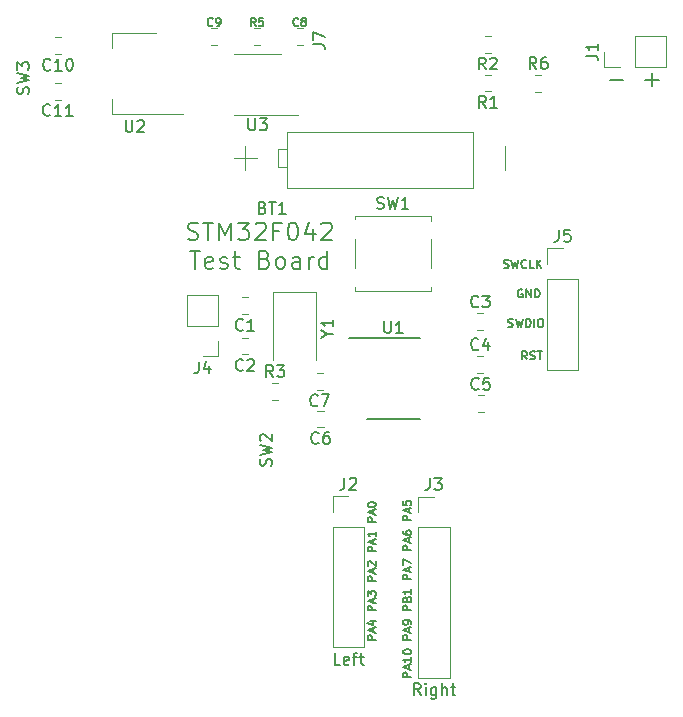
<source format=gbr>
G04 #@! TF.GenerationSoftware,KiCad,Pcbnew,5.1.2*
G04 #@! TF.CreationDate,2019-06-25T21:59:29-05:00*
G04 #@! TF.ProjectId,STM32F030Minimal,53544d33-3246-4303-9330-4d696e696d61,rev?*
G04 #@! TF.SameCoordinates,Original*
G04 #@! TF.FileFunction,Legend,Top*
G04 #@! TF.FilePolarity,Positive*
%FSLAX46Y46*%
G04 Gerber Fmt 4.6, Leading zero omitted, Abs format (unit mm)*
G04 Created by KiCad (PCBNEW 5.1.2) date 2019-06-25 21:59:29*
%MOMM*%
%LPD*%
G04 APERTURE LIST*
%ADD10C,0.150000*%
%ADD11C,0.120000*%
G04 APERTURE END LIST*
D10*
X142428571Y-54657142D02*
X142642857Y-54728571D01*
X143000000Y-54728571D01*
X143142857Y-54657142D01*
X143214285Y-54585714D01*
X143285714Y-54442857D01*
X143285714Y-54300000D01*
X143214285Y-54157142D01*
X143142857Y-54085714D01*
X143000000Y-54014285D01*
X142714285Y-53942857D01*
X142571428Y-53871428D01*
X142500000Y-53800000D01*
X142428571Y-53657142D01*
X142428571Y-53514285D01*
X142500000Y-53371428D01*
X142571428Y-53300000D01*
X142714285Y-53228571D01*
X143071428Y-53228571D01*
X143285714Y-53300000D01*
X143714285Y-53228571D02*
X144571428Y-53228571D01*
X144142857Y-54728571D02*
X144142857Y-53228571D01*
X145071428Y-54728571D02*
X145071428Y-53228571D01*
X145571428Y-54300000D01*
X146071428Y-53228571D01*
X146071428Y-54728571D01*
X146642857Y-53228571D02*
X147571428Y-53228571D01*
X147071428Y-53800000D01*
X147285714Y-53800000D01*
X147428571Y-53871428D01*
X147500000Y-53942857D01*
X147571428Y-54085714D01*
X147571428Y-54442857D01*
X147500000Y-54585714D01*
X147428571Y-54657142D01*
X147285714Y-54728571D01*
X146857142Y-54728571D01*
X146714285Y-54657142D01*
X146642857Y-54585714D01*
X148142857Y-53371428D02*
X148214285Y-53300000D01*
X148357142Y-53228571D01*
X148714285Y-53228571D01*
X148857142Y-53300000D01*
X148928571Y-53371428D01*
X149000000Y-53514285D01*
X149000000Y-53657142D01*
X148928571Y-53871428D01*
X148071428Y-54728571D01*
X149000000Y-54728571D01*
X150142857Y-53942857D02*
X149642857Y-53942857D01*
X149642857Y-54728571D02*
X149642857Y-53228571D01*
X150357142Y-53228571D01*
X151214285Y-53228571D02*
X151357142Y-53228571D01*
X151500000Y-53300000D01*
X151571428Y-53371428D01*
X151642857Y-53514285D01*
X151714285Y-53800000D01*
X151714285Y-54157142D01*
X151642857Y-54442857D01*
X151571428Y-54585714D01*
X151500000Y-54657142D01*
X151357142Y-54728571D01*
X151214285Y-54728571D01*
X151071428Y-54657142D01*
X151000000Y-54585714D01*
X150928571Y-54442857D01*
X150857142Y-54157142D01*
X150857142Y-53800000D01*
X150928571Y-53514285D01*
X151000000Y-53371428D01*
X151071428Y-53300000D01*
X151214285Y-53228571D01*
X153000000Y-53728571D02*
X153000000Y-54728571D01*
X152642857Y-53157142D02*
X152285714Y-54228571D01*
X153214285Y-54228571D01*
X153714285Y-53371428D02*
X153785714Y-53300000D01*
X153928571Y-53228571D01*
X154285714Y-53228571D01*
X154428571Y-53300000D01*
X154500000Y-53371428D01*
X154571428Y-53514285D01*
X154571428Y-53657142D01*
X154500000Y-53871428D01*
X153642857Y-54728571D01*
X154571428Y-54728571D01*
X142571428Y-55628571D02*
X143428571Y-55628571D01*
X143000000Y-57128571D02*
X143000000Y-55628571D01*
X144500000Y-57057142D02*
X144357142Y-57128571D01*
X144071428Y-57128571D01*
X143928571Y-57057142D01*
X143857142Y-56914285D01*
X143857142Y-56342857D01*
X143928571Y-56200000D01*
X144071428Y-56128571D01*
X144357142Y-56128571D01*
X144500000Y-56200000D01*
X144571428Y-56342857D01*
X144571428Y-56485714D01*
X143857142Y-56628571D01*
X145142857Y-57057142D02*
X145285714Y-57128571D01*
X145571428Y-57128571D01*
X145714285Y-57057142D01*
X145785714Y-56914285D01*
X145785714Y-56842857D01*
X145714285Y-56700000D01*
X145571428Y-56628571D01*
X145357142Y-56628571D01*
X145214285Y-56557142D01*
X145142857Y-56414285D01*
X145142857Y-56342857D01*
X145214285Y-56200000D01*
X145357142Y-56128571D01*
X145571428Y-56128571D01*
X145714285Y-56200000D01*
X146214285Y-56128571D02*
X146785714Y-56128571D01*
X146428571Y-55628571D02*
X146428571Y-56914285D01*
X146500000Y-57057142D01*
X146642857Y-57128571D01*
X146785714Y-57128571D01*
X148928571Y-56342857D02*
X149142857Y-56414285D01*
X149214285Y-56485714D01*
X149285714Y-56628571D01*
X149285714Y-56842857D01*
X149214285Y-56985714D01*
X149142857Y-57057142D01*
X149000000Y-57128571D01*
X148428571Y-57128571D01*
X148428571Y-55628571D01*
X148928571Y-55628571D01*
X149071428Y-55700000D01*
X149142857Y-55771428D01*
X149214285Y-55914285D01*
X149214285Y-56057142D01*
X149142857Y-56200000D01*
X149071428Y-56271428D01*
X148928571Y-56342857D01*
X148428571Y-56342857D01*
X150142857Y-57128571D02*
X150000000Y-57057142D01*
X149928571Y-56985714D01*
X149857142Y-56842857D01*
X149857142Y-56414285D01*
X149928571Y-56271428D01*
X150000000Y-56200000D01*
X150142857Y-56128571D01*
X150357142Y-56128571D01*
X150500000Y-56200000D01*
X150571428Y-56271428D01*
X150642857Y-56414285D01*
X150642857Y-56842857D01*
X150571428Y-56985714D01*
X150500000Y-57057142D01*
X150357142Y-57128571D01*
X150142857Y-57128571D01*
X151928571Y-57128571D02*
X151928571Y-56342857D01*
X151857142Y-56200000D01*
X151714285Y-56128571D01*
X151428571Y-56128571D01*
X151285714Y-56200000D01*
X151928571Y-57057142D02*
X151785714Y-57128571D01*
X151428571Y-57128571D01*
X151285714Y-57057142D01*
X151214285Y-56914285D01*
X151214285Y-56771428D01*
X151285714Y-56628571D01*
X151428571Y-56557142D01*
X151785714Y-56557142D01*
X151928571Y-56485714D01*
X152642857Y-57128571D02*
X152642857Y-56128571D01*
X152642857Y-56414285D02*
X152714285Y-56271428D01*
X152785714Y-56200000D01*
X152928571Y-56128571D01*
X153071428Y-56128571D01*
X154214285Y-57128571D02*
X154214285Y-55628571D01*
X154214285Y-57057142D02*
X154071428Y-57128571D01*
X153785714Y-57128571D01*
X153642857Y-57057142D01*
X153571428Y-56985714D01*
X153500000Y-56842857D01*
X153500000Y-56414285D01*
X153571428Y-56271428D01*
X153642857Y-56200000D01*
X153785714Y-56128571D01*
X154071428Y-56128571D01*
X154214285Y-56200000D01*
X158316666Y-88566666D02*
X157616666Y-88566666D01*
X157616666Y-88300000D01*
X157650000Y-88233333D01*
X157683333Y-88200000D01*
X157750000Y-88166666D01*
X157850000Y-88166666D01*
X157916666Y-88200000D01*
X157950000Y-88233333D01*
X157983333Y-88300000D01*
X157983333Y-88566666D01*
X158116666Y-87900000D02*
X158116666Y-87566666D01*
X158316666Y-87966666D02*
X157616666Y-87733333D01*
X158316666Y-87500000D01*
X157850000Y-86966666D02*
X158316666Y-86966666D01*
X157583333Y-87133333D02*
X158083333Y-87300000D01*
X158083333Y-86866666D01*
X158316666Y-86066666D02*
X157616666Y-86066666D01*
X157616666Y-85800000D01*
X157650000Y-85733333D01*
X157683333Y-85700000D01*
X157750000Y-85666666D01*
X157850000Y-85666666D01*
X157916666Y-85700000D01*
X157950000Y-85733333D01*
X157983333Y-85800000D01*
X157983333Y-86066666D01*
X158116666Y-85400000D02*
X158116666Y-85066666D01*
X158316666Y-85466666D02*
X157616666Y-85233333D01*
X158316666Y-85000000D01*
X157616666Y-84833333D02*
X157616666Y-84400000D01*
X157883333Y-84633333D01*
X157883333Y-84533333D01*
X157916666Y-84466666D01*
X157950000Y-84433333D01*
X158016666Y-84400000D01*
X158183333Y-84400000D01*
X158250000Y-84433333D01*
X158283333Y-84466666D01*
X158316666Y-84533333D01*
X158316666Y-84733333D01*
X158283333Y-84800000D01*
X158250000Y-84833333D01*
X158316666Y-83566666D02*
X157616666Y-83566666D01*
X157616666Y-83300000D01*
X157650000Y-83233333D01*
X157683333Y-83200000D01*
X157750000Y-83166666D01*
X157850000Y-83166666D01*
X157916666Y-83200000D01*
X157950000Y-83233333D01*
X157983333Y-83300000D01*
X157983333Y-83566666D01*
X158116666Y-82900000D02*
X158116666Y-82566666D01*
X158316666Y-82966666D02*
X157616666Y-82733333D01*
X158316666Y-82500000D01*
X157683333Y-82300000D02*
X157650000Y-82266666D01*
X157616666Y-82200000D01*
X157616666Y-82033333D01*
X157650000Y-81966666D01*
X157683333Y-81933333D01*
X157750000Y-81900000D01*
X157816666Y-81900000D01*
X157916666Y-81933333D01*
X158316666Y-82333333D01*
X158316666Y-81900000D01*
X158316666Y-81066666D02*
X157616666Y-81066666D01*
X157616666Y-80800000D01*
X157650000Y-80733333D01*
X157683333Y-80700000D01*
X157750000Y-80666666D01*
X157850000Y-80666666D01*
X157916666Y-80700000D01*
X157950000Y-80733333D01*
X157983333Y-80800000D01*
X157983333Y-81066666D01*
X158116666Y-80400000D02*
X158116666Y-80066666D01*
X158316666Y-80466666D02*
X157616666Y-80233333D01*
X158316666Y-80000000D01*
X158316666Y-79400000D02*
X158316666Y-79800000D01*
X158316666Y-79600000D02*
X157616666Y-79600000D01*
X157716666Y-79666666D01*
X157783333Y-79733333D01*
X157816666Y-79800000D01*
X158316666Y-78566666D02*
X157616666Y-78566666D01*
X157616666Y-78300000D01*
X157650000Y-78233333D01*
X157683333Y-78200000D01*
X157750000Y-78166666D01*
X157850000Y-78166666D01*
X157916666Y-78200000D01*
X157950000Y-78233333D01*
X157983333Y-78300000D01*
X157983333Y-78566666D01*
X158116666Y-77900000D02*
X158116666Y-77566666D01*
X158316666Y-77966666D02*
X157616666Y-77733333D01*
X158316666Y-77500000D01*
X157616666Y-77133333D02*
X157616666Y-77066666D01*
X157650000Y-77000000D01*
X157683333Y-76966666D01*
X157750000Y-76933333D01*
X157883333Y-76900000D01*
X158050000Y-76900000D01*
X158183333Y-76933333D01*
X158250000Y-76966666D01*
X158283333Y-77000000D01*
X158316666Y-77066666D01*
X158316666Y-77133333D01*
X158283333Y-77200000D01*
X158250000Y-77233333D01*
X158183333Y-77266666D01*
X158050000Y-77300000D01*
X157883333Y-77300000D01*
X157750000Y-77266666D01*
X157683333Y-77233333D01*
X157650000Y-77200000D01*
X157616666Y-77133333D01*
X161316666Y-91700000D02*
X160616666Y-91700000D01*
X160616666Y-91433333D01*
X160650000Y-91366666D01*
X160683333Y-91333333D01*
X160750000Y-91300000D01*
X160850000Y-91300000D01*
X160916666Y-91333333D01*
X160950000Y-91366666D01*
X160983333Y-91433333D01*
X160983333Y-91700000D01*
X161116666Y-91033333D02*
X161116666Y-90700000D01*
X161316666Y-91100000D02*
X160616666Y-90866666D01*
X161316666Y-90633333D01*
X161316666Y-90033333D02*
X161316666Y-90433333D01*
X161316666Y-90233333D02*
X160616666Y-90233333D01*
X160716666Y-90300000D01*
X160783333Y-90366666D01*
X160816666Y-90433333D01*
X160616666Y-89600000D02*
X160616666Y-89533333D01*
X160650000Y-89466666D01*
X160683333Y-89433333D01*
X160750000Y-89400000D01*
X160883333Y-89366666D01*
X161050000Y-89366666D01*
X161183333Y-89400000D01*
X161250000Y-89433333D01*
X161283333Y-89466666D01*
X161316666Y-89533333D01*
X161316666Y-89600000D01*
X161283333Y-89666666D01*
X161250000Y-89700000D01*
X161183333Y-89733333D01*
X161050000Y-89766666D01*
X160883333Y-89766666D01*
X160750000Y-89733333D01*
X160683333Y-89700000D01*
X160650000Y-89666666D01*
X160616666Y-89600000D01*
X161316666Y-88533333D02*
X160616666Y-88533333D01*
X160616666Y-88266666D01*
X160650000Y-88200000D01*
X160683333Y-88166666D01*
X160750000Y-88133333D01*
X160850000Y-88133333D01*
X160916666Y-88166666D01*
X160950000Y-88200000D01*
X160983333Y-88266666D01*
X160983333Y-88533333D01*
X161116666Y-87866666D02*
X161116666Y-87533333D01*
X161316666Y-87933333D02*
X160616666Y-87700000D01*
X161316666Y-87466666D01*
X161316666Y-87200000D02*
X161316666Y-87066666D01*
X161283333Y-87000000D01*
X161250000Y-86966666D01*
X161150000Y-86900000D01*
X161016666Y-86866666D01*
X160750000Y-86866666D01*
X160683333Y-86900000D01*
X160650000Y-86933333D01*
X160616666Y-87000000D01*
X160616666Y-87133333D01*
X160650000Y-87200000D01*
X160683333Y-87233333D01*
X160750000Y-87266666D01*
X160916666Y-87266666D01*
X160983333Y-87233333D01*
X161016666Y-87200000D01*
X161050000Y-87133333D01*
X161050000Y-87000000D01*
X161016666Y-86933333D01*
X160983333Y-86900000D01*
X160916666Y-86866666D01*
X161316666Y-86033333D02*
X160616666Y-86033333D01*
X160616666Y-85766666D01*
X160650000Y-85700000D01*
X160683333Y-85666666D01*
X160750000Y-85633333D01*
X160850000Y-85633333D01*
X160916666Y-85666666D01*
X160950000Y-85700000D01*
X160983333Y-85766666D01*
X160983333Y-86033333D01*
X160950000Y-85100000D02*
X160983333Y-85000000D01*
X161016666Y-84966666D01*
X161083333Y-84933333D01*
X161183333Y-84933333D01*
X161250000Y-84966666D01*
X161283333Y-85000000D01*
X161316666Y-85066666D01*
X161316666Y-85333333D01*
X160616666Y-85333333D01*
X160616666Y-85100000D01*
X160650000Y-85033333D01*
X160683333Y-85000000D01*
X160750000Y-84966666D01*
X160816666Y-84966666D01*
X160883333Y-85000000D01*
X160916666Y-85033333D01*
X160950000Y-85100000D01*
X160950000Y-85333333D01*
X161316666Y-84266666D02*
X161316666Y-84666666D01*
X161316666Y-84466666D02*
X160616666Y-84466666D01*
X160716666Y-84533333D01*
X160783333Y-84600000D01*
X160816666Y-84666666D01*
X161316666Y-83433333D02*
X160616666Y-83433333D01*
X160616666Y-83166666D01*
X160650000Y-83100000D01*
X160683333Y-83066666D01*
X160750000Y-83033333D01*
X160850000Y-83033333D01*
X160916666Y-83066666D01*
X160950000Y-83100000D01*
X160983333Y-83166666D01*
X160983333Y-83433333D01*
X161116666Y-82766666D02*
X161116666Y-82433333D01*
X161316666Y-82833333D02*
X160616666Y-82600000D01*
X161316666Y-82366666D01*
X160616666Y-82200000D02*
X160616666Y-81733333D01*
X161316666Y-82033333D01*
X161316666Y-80933333D02*
X160616666Y-80933333D01*
X160616666Y-80666666D01*
X160650000Y-80600000D01*
X160683333Y-80566666D01*
X160750000Y-80533333D01*
X160850000Y-80533333D01*
X160916666Y-80566666D01*
X160950000Y-80600000D01*
X160983333Y-80666666D01*
X160983333Y-80933333D01*
X161116666Y-80266666D02*
X161116666Y-79933333D01*
X161316666Y-80333333D02*
X160616666Y-80100000D01*
X161316666Y-79866666D01*
X160616666Y-79333333D02*
X160616666Y-79466666D01*
X160650000Y-79533333D01*
X160683333Y-79566666D01*
X160783333Y-79633333D01*
X160916666Y-79666666D01*
X161183333Y-79666666D01*
X161250000Y-79633333D01*
X161283333Y-79600000D01*
X161316666Y-79533333D01*
X161316666Y-79400000D01*
X161283333Y-79333333D01*
X161250000Y-79300000D01*
X161183333Y-79266666D01*
X161016666Y-79266666D01*
X160950000Y-79300000D01*
X160916666Y-79333333D01*
X160883333Y-79400000D01*
X160883333Y-79533333D01*
X160916666Y-79600000D01*
X160950000Y-79633333D01*
X161016666Y-79666666D01*
X161316666Y-78433333D02*
X160616666Y-78433333D01*
X160616666Y-78166666D01*
X160650000Y-78100000D01*
X160683333Y-78066666D01*
X160750000Y-78033333D01*
X160850000Y-78033333D01*
X160916666Y-78066666D01*
X160950000Y-78100000D01*
X160983333Y-78166666D01*
X160983333Y-78433333D01*
X161116666Y-77766666D02*
X161116666Y-77433333D01*
X161316666Y-77833333D02*
X160616666Y-77600000D01*
X161316666Y-77366666D01*
X160616666Y-76800000D02*
X160616666Y-77133333D01*
X160950000Y-77166666D01*
X160916666Y-77133333D01*
X160883333Y-77066666D01*
X160883333Y-76900000D01*
X160916666Y-76833333D01*
X160950000Y-76800000D01*
X161016666Y-76766666D01*
X161183333Y-76766666D01*
X161250000Y-76800000D01*
X161283333Y-76833333D01*
X161316666Y-76900000D01*
X161316666Y-77066666D01*
X161283333Y-77133333D01*
X161250000Y-77166666D01*
X171116666Y-64816666D02*
X170883333Y-64483333D01*
X170716666Y-64816666D02*
X170716666Y-64116666D01*
X170983333Y-64116666D01*
X171050000Y-64150000D01*
X171083333Y-64183333D01*
X171116666Y-64250000D01*
X171116666Y-64350000D01*
X171083333Y-64416666D01*
X171050000Y-64450000D01*
X170983333Y-64483333D01*
X170716666Y-64483333D01*
X171383333Y-64783333D02*
X171483333Y-64816666D01*
X171650000Y-64816666D01*
X171716666Y-64783333D01*
X171750000Y-64750000D01*
X171783333Y-64683333D01*
X171783333Y-64616666D01*
X171750000Y-64550000D01*
X171716666Y-64516666D01*
X171650000Y-64483333D01*
X171516666Y-64450000D01*
X171450000Y-64416666D01*
X171416666Y-64383333D01*
X171383333Y-64316666D01*
X171383333Y-64250000D01*
X171416666Y-64183333D01*
X171450000Y-64150000D01*
X171516666Y-64116666D01*
X171683333Y-64116666D01*
X171783333Y-64150000D01*
X171983333Y-64116666D02*
X172383333Y-64116666D01*
X172183333Y-64816666D02*
X172183333Y-64116666D01*
X169516666Y-62033333D02*
X169616666Y-62066666D01*
X169783333Y-62066666D01*
X169850000Y-62033333D01*
X169883333Y-62000000D01*
X169916666Y-61933333D01*
X169916666Y-61866666D01*
X169883333Y-61800000D01*
X169850000Y-61766666D01*
X169783333Y-61733333D01*
X169650000Y-61700000D01*
X169583333Y-61666666D01*
X169550000Y-61633333D01*
X169516666Y-61566666D01*
X169516666Y-61500000D01*
X169550000Y-61433333D01*
X169583333Y-61400000D01*
X169650000Y-61366666D01*
X169816666Y-61366666D01*
X169916666Y-61400000D01*
X170150000Y-61366666D02*
X170316666Y-62066666D01*
X170450000Y-61566666D01*
X170583333Y-62066666D01*
X170750000Y-61366666D01*
X171016666Y-62066666D02*
X171016666Y-61366666D01*
X171183333Y-61366666D01*
X171283333Y-61400000D01*
X171350000Y-61466666D01*
X171383333Y-61533333D01*
X171416666Y-61666666D01*
X171416666Y-61766666D01*
X171383333Y-61900000D01*
X171350000Y-61966666D01*
X171283333Y-62033333D01*
X171183333Y-62066666D01*
X171016666Y-62066666D01*
X171716666Y-62066666D02*
X171716666Y-61366666D01*
X172183333Y-61366666D02*
X172316666Y-61366666D01*
X172383333Y-61400000D01*
X172450000Y-61466666D01*
X172483333Y-61600000D01*
X172483333Y-61833333D01*
X172450000Y-61966666D01*
X172383333Y-62033333D01*
X172316666Y-62066666D01*
X172183333Y-62066666D01*
X172116666Y-62033333D01*
X172050000Y-61966666D01*
X172016666Y-61833333D01*
X172016666Y-61600000D01*
X172050000Y-61466666D01*
X172116666Y-61400000D01*
X172183333Y-61366666D01*
X170716666Y-58900000D02*
X170650000Y-58866666D01*
X170550000Y-58866666D01*
X170450000Y-58900000D01*
X170383333Y-58966666D01*
X170350000Y-59033333D01*
X170316666Y-59166666D01*
X170316666Y-59266666D01*
X170350000Y-59400000D01*
X170383333Y-59466666D01*
X170450000Y-59533333D01*
X170550000Y-59566666D01*
X170616666Y-59566666D01*
X170716666Y-59533333D01*
X170750000Y-59500000D01*
X170750000Y-59266666D01*
X170616666Y-59266666D01*
X171050000Y-59566666D02*
X171050000Y-58866666D01*
X171450000Y-59566666D01*
X171450000Y-58866666D01*
X171783333Y-59566666D02*
X171783333Y-58866666D01*
X171950000Y-58866666D01*
X172050000Y-58900000D01*
X172116666Y-58966666D01*
X172150000Y-59033333D01*
X172183333Y-59166666D01*
X172183333Y-59266666D01*
X172150000Y-59400000D01*
X172116666Y-59466666D01*
X172050000Y-59533333D01*
X171950000Y-59566666D01*
X171783333Y-59566666D01*
X169166666Y-57033333D02*
X169266666Y-57066666D01*
X169433333Y-57066666D01*
X169500000Y-57033333D01*
X169533333Y-57000000D01*
X169566666Y-56933333D01*
X169566666Y-56866666D01*
X169533333Y-56800000D01*
X169500000Y-56766666D01*
X169433333Y-56733333D01*
X169300000Y-56700000D01*
X169233333Y-56666666D01*
X169200000Y-56633333D01*
X169166666Y-56566666D01*
X169166666Y-56500000D01*
X169200000Y-56433333D01*
X169233333Y-56400000D01*
X169300000Y-56366666D01*
X169466666Y-56366666D01*
X169566666Y-56400000D01*
X169800000Y-56366666D02*
X169966666Y-57066666D01*
X170100000Y-56566666D01*
X170233333Y-57066666D01*
X170400000Y-56366666D01*
X171066666Y-57000000D02*
X171033333Y-57033333D01*
X170933333Y-57066666D01*
X170866666Y-57066666D01*
X170766666Y-57033333D01*
X170700000Y-56966666D01*
X170666666Y-56900000D01*
X170633333Y-56766666D01*
X170633333Y-56666666D01*
X170666666Y-56533333D01*
X170700000Y-56466666D01*
X170766666Y-56400000D01*
X170866666Y-56366666D01*
X170933333Y-56366666D01*
X171033333Y-56400000D01*
X171066666Y-56433333D01*
X171700000Y-57066666D02*
X171366666Y-57066666D01*
X171366666Y-56366666D01*
X171933333Y-57066666D02*
X171933333Y-56366666D01*
X172333333Y-57066666D02*
X172033333Y-56666666D01*
X172333333Y-56366666D02*
X171933333Y-56766666D01*
X178128571Y-41132142D02*
X179271428Y-41132142D01*
X181128571Y-41132142D02*
X182271428Y-41132142D01*
X181700000Y-41703571D02*
X181700000Y-40560714D01*
D11*
X154670000Y-89200000D02*
X157330000Y-89200000D01*
X154670000Y-78980000D02*
X154670000Y-89200000D01*
X157330000Y-78980000D02*
X157330000Y-89200000D01*
X154670000Y-78980000D02*
X157330000Y-78980000D01*
X154670000Y-77710000D02*
X154670000Y-76380000D01*
X154670000Y-76380000D02*
X156000000Y-76380000D01*
X161900000Y-91780000D02*
X164560000Y-91780000D01*
X161900000Y-79020000D02*
X161900000Y-91780000D01*
X164560000Y-79020000D02*
X164560000Y-91780000D01*
X161900000Y-79020000D02*
X164560000Y-79020000D01*
X161900000Y-77750000D02*
X161900000Y-76420000D01*
X161900000Y-76420000D02*
X163230000Y-76420000D01*
X150775000Y-45525000D02*
X166525000Y-45525000D01*
X166525000Y-45525000D02*
X166525000Y-50275000D01*
X166525000Y-50275000D02*
X150775000Y-50275000D01*
X150775000Y-50275000D02*
X150775000Y-45525000D01*
X150775000Y-45525000D02*
X150775000Y-47025000D01*
X150775000Y-47025000D02*
X150025000Y-47025000D01*
X150025000Y-47025000D02*
X150025000Y-48525000D01*
X150025000Y-48525000D02*
X150775000Y-48525000D01*
X147275000Y-46775000D02*
X147275000Y-48775000D01*
X146275000Y-47775000D02*
X148275000Y-47775000D01*
X169275000Y-46775000D02*
X169275000Y-48775000D01*
X147496078Y-60985000D02*
X146978922Y-60985000D01*
X147496078Y-59565000D02*
X146978922Y-59565000D01*
X147496078Y-62965000D02*
X146978922Y-62965000D01*
X147496078Y-64385000D02*
X146978922Y-64385000D01*
X166903922Y-62310000D02*
X167421078Y-62310000D01*
X166903922Y-60890000D02*
X167421078Y-60890000D01*
X166903922Y-64515000D02*
X167421078Y-64515000D01*
X166903922Y-65935000D02*
X167421078Y-65935000D01*
X166928922Y-67865000D02*
X167446078Y-67865000D01*
X166928922Y-69285000D02*
X167446078Y-69285000D01*
X153896078Y-70560000D02*
X153378922Y-70560000D01*
X153896078Y-69140000D02*
X153378922Y-69140000D01*
X153821078Y-65965000D02*
X153303922Y-65965000D01*
X153821078Y-67385000D02*
X153303922Y-67385000D01*
X151653922Y-38160000D02*
X152171078Y-38160000D01*
X151653922Y-36740000D02*
X152171078Y-36740000D01*
X144353922Y-36740000D02*
X144871078Y-36740000D01*
X144353922Y-38160000D02*
X144871078Y-38160000D01*
X131671078Y-38960000D02*
X131153922Y-38960000D01*
X131671078Y-37540000D02*
X131153922Y-37540000D01*
X131646078Y-41390000D02*
X131128922Y-41390000D01*
X131646078Y-42810000D02*
X131128922Y-42810000D01*
X172820000Y-65670000D02*
X175480000Y-65670000D01*
X172820000Y-57990000D02*
X172820000Y-65670000D01*
X175480000Y-57990000D02*
X175480000Y-65670000D01*
X172820000Y-57990000D02*
X175480000Y-57990000D01*
X172820000Y-56720000D02*
X172820000Y-55390000D01*
X172820000Y-55390000D02*
X174150000Y-55390000D01*
X168046078Y-40690000D02*
X167528922Y-40690000D01*
X168046078Y-42110000D02*
X167528922Y-42110000D01*
X168046078Y-38860000D02*
X167528922Y-38860000D01*
X168046078Y-37440000D02*
X167528922Y-37440000D01*
X149528922Y-66790000D02*
X150046078Y-66790000D01*
X149528922Y-68210000D02*
X150046078Y-68210000D01*
X148003922Y-36740000D02*
X148521078Y-36740000D01*
X148003922Y-38160000D02*
X148521078Y-38160000D01*
X171816422Y-42135000D02*
X172333578Y-42135000D01*
X171816422Y-40715000D02*
X172333578Y-40715000D01*
X162960000Y-53050000D02*
X162960000Y-52640000D01*
X162960000Y-52640000D02*
X156540000Y-52640000D01*
X156540000Y-52640000D02*
X156540000Y-52920000D01*
X156540000Y-54650000D02*
X156540000Y-57050000D01*
X156540000Y-58650000D02*
X156540000Y-59060000D01*
X156540000Y-59060000D02*
X162960000Y-59060000D01*
X162960000Y-59060000D02*
X162960000Y-58650000D01*
X162960000Y-57050000D02*
X162960000Y-54650000D01*
D10*
X157575000Y-69875000D02*
X162025000Y-69875000D01*
X156050000Y-62975000D02*
X162025000Y-62975000D01*
D11*
X135990000Y-37190000D02*
X135990000Y-38450000D01*
X135990000Y-44010000D02*
X135990000Y-42750000D01*
X139750000Y-37190000D02*
X135990000Y-37190000D01*
X142000000Y-44010000D02*
X135990000Y-44010000D01*
X151750000Y-44105000D02*
X146350000Y-44105000D01*
X150250000Y-38985000D02*
X146350000Y-38985000D01*
X153250000Y-64850000D02*
X153250000Y-59100000D01*
X153250000Y-59100000D02*
X149650000Y-59100000D01*
X149650000Y-59100000D02*
X149650000Y-64850000D01*
X144980000Y-64545000D02*
X143650000Y-64545000D01*
X144980000Y-63215000D02*
X144980000Y-64545000D01*
X144980000Y-61945000D02*
X142320000Y-61945000D01*
X142320000Y-61945000D02*
X142320000Y-59345000D01*
X144980000Y-61945000D02*
X144980000Y-59345000D01*
X144980000Y-59345000D02*
X142320000Y-59345000D01*
X182870000Y-40080000D02*
X182870000Y-37420000D01*
X180270000Y-40080000D02*
X182870000Y-40080000D01*
X180270000Y-37420000D02*
X182870000Y-37420000D01*
X180270000Y-40080000D02*
X180270000Y-37420000D01*
X179000000Y-40080000D02*
X177670000Y-40080000D01*
X177670000Y-40080000D02*
X177670000Y-38750000D01*
D10*
X152977380Y-38133333D02*
X153691666Y-38133333D01*
X153834523Y-38180952D01*
X153929761Y-38276190D01*
X153977380Y-38419047D01*
X153977380Y-38514285D01*
X152977380Y-37752380D02*
X152977380Y-37085714D01*
X153977380Y-37514285D01*
X155666666Y-74832380D02*
X155666666Y-75546666D01*
X155619047Y-75689523D01*
X155523809Y-75784761D01*
X155380952Y-75832380D01*
X155285714Y-75832380D01*
X156095238Y-74927619D02*
X156142857Y-74880000D01*
X156238095Y-74832380D01*
X156476190Y-74832380D01*
X156571428Y-74880000D01*
X156619047Y-74927619D01*
X156666666Y-75022857D01*
X156666666Y-75118095D01*
X156619047Y-75260952D01*
X156047619Y-75832380D01*
X156666666Y-75832380D01*
X155309523Y-90652380D02*
X154833333Y-90652380D01*
X154833333Y-89652380D01*
X156023809Y-90604761D02*
X155928571Y-90652380D01*
X155738095Y-90652380D01*
X155642857Y-90604761D01*
X155595238Y-90509523D01*
X155595238Y-90128571D01*
X155642857Y-90033333D01*
X155738095Y-89985714D01*
X155928571Y-89985714D01*
X156023809Y-90033333D01*
X156071428Y-90128571D01*
X156071428Y-90223809D01*
X155595238Y-90319047D01*
X156357142Y-89985714D02*
X156738095Y-89985714D01*
X156500000Y-90652380D02*
X156500000Y-89795238D01*
X156547619Y-89700000D01*
X156642857Y-89652380D01*
X156738095Y-89652380D01*
X156928571Y-89985714D02*
X157309523Y-89985714D01*
X157071428Y-89652380D02*
X157071428Y-90509523D01*
X157119047Y-90604761D01*
X157214285Y-90652380D01*
X157309523Y-90652380D01*
X162896666Y-74872380D02*
X162896666Y-75586666D01*
X162849047Y-75729523D01*
X162753809Y-75824761D01*
X162610952Y-75872380D01*
X162515714Y-75872380D01*
X163277619Y-74872380D02*
X163896666Y-74872380D01*
X163563333Y-75253333D01*
X163706190Y-75253333D01*
X163801428Y-75300952D01*
X163849047Y-75348571D01*
X163896666Y-75443809D01*
X163896666Y-75681904D01*
X163849047Y-75777142D01*
X163801428Y-75824761D01*
X163706190Y-75872380D01*
X163420476Y-75872380D01*
X163325238Y-75824761D01*
X163277619Y-75777142D01*
X162110952Y-93232380D02*
X161777619Y-92756190D01*
X161539523Y-93232380D02*
X161539523Y-92232380D01*
X161920476Y-92232380D01*
X162015714Y-92280000D01*
X162063333Y-92327619D01*
X162110952Y-92422857D01*
X162110952Y-92565714D01*
X162063333Y-92660952D01*
X162015714Y-92708571D01*
X161920476Y-92756190D01*
X161539523Y-92756190D01*
X162539523Y-93232380D02*
X162539523Y-92565714D01*
X162539523Y-92232380D02*
X162491904Y-92280000D01*
X162539523Y-92327619D01*
X162587142Y-92280000D01*
X162539523Y-92232380D01*
X162539523Y-92327619D01*
X163444285Y-92565714D02*
X163444285Y-93375238D01*
X163396666Y-93470476D01*
X163349047Y-93518095D01*
X163253809Y-93565714D01*
X163110952Y-93565714D01*
X163015714Y-93518095D01*
X163444285Y-93184761D02*
X163349047Y-93232380D01*
X163158571Y-93232380D01*
X163063333Y-93184761D01*
X163015714Y-93137142D01*
X162968095Y-93041904D01*
X162968095Y-92756190D01*
X163015714Y-92660952D01*
X163063333Y-92613333D01*
X163158571Y-92565714D01*
X163349047Y-92565714D01*
X163444285Y-92613333D01*
X163920476Y-93232380D02*
X163920476Y-92232380D01*
X164349047Y-93232380D02*
X164349047Y-92708571D01*
X164301428Y-92613333D01*
X164206190Y-92565714D01*
X164063333Y-92565714D01*
X163968095Y-92613333D01*
X163920476Y-92660952D01*
X164682380Y-92565714D02*
X165063333Y-92565714D01*
X164825238Y-92232380D02*
X164825238Y-93089523D01*
X164872857Y-93184761D01*
X164968095Y-93232380D01*
X165063333Y-93232380D01*
X148739285Y-51953571D02*
X148882142Y-52001190D01*
X148929761Y-52048809D01*
X148977380Y-52144047D01*
X148977380Y-52286904D01*
X148929761Y-52382142D01*
X148882142Y-52429761D01*
X148786904Y-52477380D01*
X148405952Y-52477380D01*
X148405952Y-51477380D01*
X148739285Y-51477380D01*
X148834523Y-51525000D01*
X148882142Y-51572619D01*
X148929761Y-51667857D01*
X148929761Y-51763095D01*
X148882142Y-51858333D01*
X148834523Y-51905952D01*
X148739285Y-51953571D01*
X148405952Y-51953571D01*
X149263095Y-51477380D02*
X149834523Y-51477380D01*
X149548809Y-52477380D02*
X149548809Y-51477380D01*
X150691666Y-52477380D02*
X150120238Y-52477380D01*
X150405952Y-52477380D02*
X150405952Y-51477380D01*
X150310714Y-51620238D01*
X150215476Y-51715476D01*
X150120238Y-51763095D01*
X147070833Y-62282142D02*
X147023214Y-62329761D01*
X146880357Y-62377380D01*
X146785119Y-62377380D01*
X146642261Y-62329761D01*
X146547023Y-62234523D01*
X146499404Y-62139285D01*
X146451785Y-61948809D01*
X146451785Y-61805952D01*
X146499404Y-61615476D01*
X146547023Y-61520238D01*
X146642261Y-61425000D01*
X146785119Y-61377380D01*
X146880357Y-61377380D01*
X147023214Y-61425000D01*
X147070833Y-61472619D01*
X148023214Y-62377380D02*
X147451785Y-62377380D01*
X147737500Y-62377380D02*
X147737500Y-61377380D01*
X147642261Y-61520238D01*
X147547023Y-61615476D01*
X147451785Y-61663095D01*
X147070833Y-65682142D02*
X147023214Y-65729761D01*
X146880357Y-65777380D01*
X146785119Y-65777380D01*
X146642261Y-65729761D01*
X146547023Y-65634523D01*
X146499404Y-65539285D01*
X146451785Y-65348809D01*
X146451785Y-65205952D01*
X146499404Y-65015476D01*
X146547023Y-64920238D01*
X146642261Y-64825000D01*
X146785119Y-64777380D01*
X146880357Y-64777380D01*
X147023214Y-64825000D01*
X147070833Y-64872619D01*
X147451785Y-64872619D02*
X147499404Y-64825000D01*
X147594642Y-64777380D01*
X147832738Y-64777380D01*
X147927976Y-64825000D01*
X147975595Y-64872619D01*
X148023214Y-64967857D01*
X148023214Y-65063095D01*
X147975595Y-65205952D01*
X147404166Y-65777380D01*
X148023214Y-65777380D01*
X166995833Y-60307142D02*
X166948214Y-60354761D01*
X166805357Y-60402380D01*
X166710119Y-60402380D01*
X166567261Y-60354761D01*
X166472023Y-60259523D01*
X166424404Y-60164285D01*
X166376785Y-59973809D01*
X166376785Y-59830952D01*
X166424404Y-59640476D01*
X166472023Y-59545238D01*
X166567261Y-59450000D01*
X166710119Y-59402380D01*
X166805357Y-59402380D01*
X166948214Y-59450000D01*
X166995833Y-59497619D01*
X167329166Y-59402380D02*
X167948214Y-59402380D01*
X167614880Y-59783333D01*
X167757738Y-59783333D01*
X167852976Y-59830952D01*
X167900595Y-59878571D01*
X167948214Y-59973809D01*
X167948214Y-60211904D01*
X167900595Y-60307142D01*
X167852976Y-60354761D01*
X167757738Y-60402380D01*
X167472023Y-60402380D01*
X167376785Y-60354761D01*
X167329166Y-60307142D01*
X166995833Y-63932142D02*
X166948214Y-63979761D01*
X166805357Y-64027380D01*
X166710119Y-64027380D01*
X166567261Y-63979761D01*
X166472023Y-63884523D01*
X166424404Y-63789285D01*
X166376785Y-63598809D01*
X166376785Y-63455952D01*
X166424404Y-63265476D01*
X166472023Y-63170238D01*
X166567261Y-63075000D01*
X166710119Y-63027380D01*
X166805357Y-63027380D01*
X166948214Y-63075000D01*
X166995833Y-63122619D01*
X167852976Y-63360714D02*
X167852976Y-64027380D01*
X167614880Y-62979761D02*
X167376785Y-63694047D01*
X167995833Y-63694047D01*
X167020833Y-67282142D02*
X166973214Y-67329761D01*
X166830357Y-67377380D01*
X166735119Y-67377380D01*
X166592261Y-67329761D01*
X166497023Y-67234523D01*
X166449404Y-67139285D01*
X166401785Y-66948809D01*
X166401785Y-66805952D01*
X166449404Y-66615476D01*
X166497023Y-66520238D01*
X166592261Y-66425000D01*
X166735119Y-66377380D01*
X166830357Y-66377380D01*
X166973214Y-66425000D01*
X167020833Y-66472619D01*
X167925595Y-66377380D02*
X167449404Y-66377380D01*
X167401785Y-66853571D01*
X167449404Y-66805952D01*
X167544642Y-66758333D01*
X167782738Y-66758333D01*
X167877976Y-66805952D01*
X167925595Y-66853571D01*
X167973214Y-66948809D01*
X167973214Y-67186904D01*
X167925595Y-67282142D01*
X167877976Y-67329761D01*
X167782738Y-67377380D01*
X167544642Y-67377380D01*
X167449404Y-67329761D01*
X167401785Y-67282142D01*
X153470833Y-71857142D02*
X153423214Y-71904761D01*
X153280357Y-71952380D01*
X153185119Y-71952380D01*
X153042261Y-71904761D01*
X152947023Y-71809523D01*
X152899404Y-71714285D01*
X152851785Y-71523809D01*
X152851785Y-71380952D01*
X152899404Y-71190476D01*
X152947023Y-71095238D01*
X153042261Y-71000000D01*
X153185119Y-70952380D01*
X153280357Y-70952380D01*
X153423214Y-71000000D01*
X153470833Y-71047619D01*
X154327976Y-70952380D02*
X154137500Y-70952380D01*
X154042261Y-71000000D01*
X153994642Y-71047619D01*
X153899404Y-71190476D01*
X153851785Y-71380952D01*
X153851785Y-71761904D01*
X153899404Y-71857142D01*
X153947023Y-71904761D01*
X154042261Y-71952380D01*
X154232738Y-71952380D01*
X154327976Y-71904761D01*
X154375595Y-71857142D01*
X154423214Y-71761904D01*
X154423214Y-71523809D01*
X154375595Y-71428571D01*
X154327976Y-71380952D01*
X154232738Y-71333333D01*
X154042261Y-71333333D01*
X153947023Y-71380952D01*
X153899404Y-71428571D01*
X153851785Y-71523809D01*
X153395833Y-68682142D02*
X153348214Y-68729761D01*
X153205357Y-68777380D01*
X153110119Y-68777380D01*
X152967261Y-68729761D01*
X152872023Y-68634523D01*
X152824404Y-68539285D01*
X152776785Y-68348809D01*
X152776785Y-68205952D01*
X152824404Y-68015476D01*
X152872023Y-67920238D01*
X152967261Y-67825000D01*
X153110119Y-67777380D01*
X153205357Y-67777380D01*
X153348214Y-67825000D01*
X153395833Y-67872619D01*
X153729166Y-67777380D02*
X154395833Y-67777380D01*
X153967261Y-68777380D01*
X151758333Y-36525000D02*
X151725000Y-36558333D01*
X151625000Y-36591666D01*
X151558333Y-36591666D01*
X151458333Y-36558333D01*
X151391666Y-36491666D01*
X151358333Y-36425000D01*
X151325000Y-36291666D01*
X151325000Y-36191666D01*
X151358333Y-36058333D01*
X151391666Y-35991666D01*
X151458333Y-35925000D01*
X151558333Y-35891666D01*
X151625000Y-35891666D01*
X151725000Y-35925000D01*
X151758333Y-35958333D01*
X152158333Y-36191666D02*
X152091666Y-36158333D01*
X152058333Y-36125000D01*
X152025000Y-36058333D01*
X152025000Y-36025000D01*
X152058333Y-35958333D01*
X152091666Y-35925000D01*
X152158333Y-35891666D01*
X152291666Y-35891666D01*
X152358333Y-35925000D01*
X152391666Y-35958333D01*
X152425000Y-36025000D01*
X152425000Y-36058333D01*
X152391666Y-36125000D01*
X152358333Y-36158333D01*
X152291666Y-36191666D01*
X152158333Y-36191666D01*
X152091666Y-36225000D01*
X152058333Y-36258333D01*
X152025000Y-36325000D01*
X152025000Y-36458333D01*
X152058333Y-36525000D01*
X152091666Y-36558333D01*
X152158333Y-36591666D01*
X152291666Y-36591666D01*
X152358333Y-36558333D01*
X152391666Y-36525000D01*
X152425000Y-36458333D01*
X152425000Y-36325000D01*
X152391666Y-36258333D01*
X152358333Y-36225000D01*
X152291666Y-36191666D01*
X144508333Y-36525000D02*
X144475000Y-36558333D01*
X144375000Y-36591666D01*
X144308333Y-36591666D01*
X144208333Y-36558333D01*
X144141666Y-36491666D01*
X144108333Y-36425000D01*
X144075000Y-36291666D01*
X144075000Y-36191666D01*
X144108333Y-36058333D01*
X144141666Y-35991666D01*
X144208333Y-35925000D01*
X144308333Y-35891666D01*
X144375000Y-35891666D01*
X144475000Y-35925000D01*
X144508333Y-35958333D01*
X144841666Y-36591666D02*
X144975000Y-36591666D01*
X145041666Y-36558333D01*
X145075000Y-36525000D01*
X145141666Y-36425000D01*
X145175000Y-36291666D01*
X145175000Y-36025000D01*
X145141666Y-35958333D01*
X145108333Y-35925000D01*
X145041666Y-35891666D01*
X144908333Y-35891666D01*
X144841666Y-35925000D01*
X144808333Y-35958333D01*
X144775000Y-36025000D01*
X144775000Y-36191666D01*
X144808333Y-36258333D01*
X144841666Y-36291666D01*
X144908333Y-36325000D01*
X145041666Y-36325000D01*
X145108333Y-36291666D01*
X145141666Y-36258333D01*
X145175000Y-36191666D01*
X130769642Y-40257142D02*
X130722023Y-40304761D01*
X130579166Y-40352380D01*
X130483928Y-40352380D01*
X130341071Y-40304761D01*
X130245833Y-40209523D01*
X130198214Y-40114285D01*
X130150595Y-39923809D01*
X130150595Y-39780952D01*
X130198214Y-39590476D01*
X130245833Y-39495238D01*
X130341071Y-39400000D01*
X130483928Y-39352380D01*
X130579166Y-39352380D01*
X130722023Y-39400000D01*
X130769642Y-39447619D01*
X131722023Y-40352380D02*
X131150595Y-40352380D01*
X131436309Y-40352380D02*
X131436309Y-39352380D01*
X131341071Y-39495238D01*
X131245833Y-39590476D01*
X131150595Y-39638095D01*
X132341071Y-39352380D02*
X132436309Y-39352380D01*
X132531547Y-39400000D01*
X132579166Y-39447619D01*
X132626785Y-39542857D01*
X132674404Y-39733333D01*
X132674404Y-39971428D01*
X132626785Y-40161904D01*
X132579166Y-40257142D01*
X132531547Y-40304761D01*
X132436309Y-40352380D01*
X132341071Y-40352380D01*
X132245833Y-40304761D01*
X132198214Y-40257142D01*
X132150595Y-40161904D01*
X132102976Y-39971428D01*
X132102976Y-39733333D01*
X132150595Y-39542857D01*
X132198214Y-39447619D01*
X132245833Y-39400000D01*
X132341071Y-39352380D01*
X130744642Y-44107142D02*
X130697023Y-44154761D01*
X130554166Y-44202380D01*
X130458928Y-44202380D01*
X130316071Y-44154761D01*
X130220833Y-44059523D01*
X130173214Y-43964285D01*
X130125595Y-43773809D01*
X130125595Y-43630952D01*
X130173214Y-43440476D01*
X130220833Y-43345238D01*
X130316071Y-43250000D01*
X130458928Y-43202380D01*
X130554166Y-43202380D01*
X130697023Y-43250000D01*
X130744642Y-43297619D01*
X131697023Y-44202380D02*
X131125595Y-44202380D01*
X131411309Y-44202380D02*
X131411309Y-43202380D01*
X131316071Y-43345238D01*
X131220833Y-43440476D01*
X131125595Y-43488095D01*
X132649404Y-44202380D02*
X132077976Y-44202380D01*
X132363690Y-44202380D02*
X132363690Y-43202380D01*
X132268452Y-43345238D01*
X132173214Y-43440476D01*
X132077976Y-43488095D01*
X173816666Y-53842380D02*
X173816666Y-54556666D01*
X173769047Y-54699523D01*
X173673809Y-54794761D01*
X173530952Y-54842380D01*
X173435714Y-54842380D01*
X174769047Y-53842380D02*
X174292857Y-53842380D01*
X174245238Y-54318571D01*
X174292857Y-54270952D01*
X174388095Y-54223333D01*
X174626190Y-54223333D01*
X174721428Y-54270952D01*
X174769047Y-54318571D01*
X174816666Y-54413809D01*
X174816666Y-54651904D01*
X174769047Y-54747142D01*
X174721428Y-54794761D01*
X174626190Y-54842380D01*
X174388095Y-54842380D01*
X174292857Y-54794761D01*
X174245238Y-54747142D01*
X167620833Y-43502380D02*
X167287500Y-43026190D01*
X167049404Y-43502380D02*
X167049404Y-42502380D01*
X167430357Y-42502380D01*
X167525595Y-42550000D01*
X167573214Y-42597619D01*
X167620833Y-42692857D01*
X167620833Y-42835714D01*
X167573214Y-42930952D01*
X167525595Y-42978571D01*
X167430357Y-43026190D01*
X167049404Y-43026190D01*
X168573214Y-43502380D02*
X168001785Y-43502380D01*
X168287500Y-43502380D02*
X168287500Y-42502380D01*
X168192261Y-42645238D01*
X168097023Y-42740476D01*
X168001785Y-42788095D01*
X167620833Y-40252380D02*
X167287500Y-39776190D01*
X167049404Y-40252380D02*
X167049404Y-39252380D01*
X167430357Y-39252380D01*
X167525595Y-39300000D01*
X167573214Y-39347619D01*
X167620833Y-39442857D01*
X167620833Y-39585714D01*
X167573214Y-39680952D01*
X167525595Y-39728571D01*
X167430357Y-39776190D01*
X167049404Y-39776190D01*
X168001785Y-39347619D02*
X168049404Y-39300000D01*
X168144642Y-39252380D01*
X168382738Y-39252380D01*
X168477976Y-39300000D01*
X168525595Y-39347619D01*
X168573214Y-39442857D01*
X168573214Y-39538095D01*
X168525595Y-39680952D01*
X167954166Y-40252380D01*
X168573214Y-40252380D01*
X149620833Y-66302380D02*
X149287500Y-65826190D01*
X149049404Y-66302380D02*
X149049404Y-65302380D01*
X149430357Y-65302380D01*
X149525595Y-65350000D01*
X149573214Y-65397619D01*
X149620833Y-65492857D01*
X149620833Y-65635714D01*
X149573214Y-65730952D01*
X149525595Y-65778571D01*
X149430357Y-65826190D01*
X149049404Y-65826190D01*
X149954166Y-65302380D02*
X150573214Y-65302380D01*
X150239880Y-65683333D01*
X150382738Y-65683333D01*
X150477976Y-65730952D01*
X150525595Y-65778571D01*
X150573214Y-65873809D01*
X150573214Y-66111904D01*
X150525595Y-66207142D01*
X150477976Y-66254761D01*
X150382738Y-66302380D01*
X150097023Y-66302380D01*
X150001785Y-66254761D01*
X149954166Y-66207142D01*
X148133333Y-36591666D02*
X147900000Y-36258333D01*
X147733333Y-36591666D02*
X147733333Y-35891666D01*
X148000000Y-35891666D01*
X148066666Y-35925000D01*
X148100000Y-35958333D01*
X148133333Y-36025000D01*
X148133333Y-36125000D01*
X148100000Y-36191666D01*
X148066666Y-36225000D01*
X148000000Y-36258333D01*
X147733333Y-36258333D01*
X148766666Y-35891666D02*
X148433333Y-35891666D01*
X148400000Y-36225000D01*
X148433333Y-36191666D01*
X148500000Y-36158333D01*
X148666666Y-36158333D01*
X148733333Y-36191666D01*
X148766666Y-36225000D01*
X148800000Y-36291666D01*
X148800000Y-36458333D01*
X148766666Y-36525000D01*
X148733333Y-36558333D01*
X148666666Y-36591666D01*
X148500000Y-36591666D01*
X148433333Y-36558333D01*
X148400000Y-36525000D01*
X171908333Y-40227380D02*
X171575000Y-39751190D01*
X171336904Y-40227380D02*
X171336904Y-39227380D01*
X171717857Y-39227380D01*
X171813095Y-39275000D01*
X171860714Y-39322619D01*
X171908333Y-39417857D01*
X171908333Y-39560714D01*
X171860714Y-39655952D01*
X171813095Y-39703571D01*
X171717857Y-39751190D01*
X171336904Y-39751190D01*
X172765476Y-39227380D02*
X172575000Y-39227380D01*
X172479761Y-39275000D01*
X172432142Y-39322619D01*
X172336904Y-39465476D01*
X172289285Y-39655952D01*
X172289285Y-40036904D01*
X172336904Y-40132142D01*
X172384523Y-40179761D01*
X172479761Y-40227380D01*
X172670238Y-40227380D01*
X172765476Y-40179761D01*
X172813095Y-40132142D01*
X172860714Y-40036904D01*
X172860714Y-39798809D01*
X172813095Y-39703571D01*
X172765476Y-39655952D01*
X172670238Y-39608333D01*
X172479761Y-39608333D01*
X172384523Y-39655952D01*
X172336904Y-39703571D01*
X172289285Y-39798809D01*
X158416666Y-52014761D02*
X158559523Y-52062380D01*
X158797619Y-52062380D01*
X158892857Y-52014761D01*
X158940476Y-51967142D01*
X158988095Y-51871904D01*
X158988095Y-51776666D01*
X158940476Y-51681428D01*
X158892857Y-51633809D01*
X158797619Y-51586190D01*
X158607142Y-51538571D01*
X158511904Y-51490952D01*
X158464285Y-51443333D01*
X158416666Y-51348095D01*
X158416666Y-51252857D01*
X158464285Y-51157619D01*
X158511904Y-51110000D01*
X158607142Y-51062380D01*
X158845238Y-51062380D01*
X158988095Y-51110000D01*
X159321428Y-51062380D02*
X159559523Y-52062380D01*
X159750000Y-51348095D01*
X159940476Y-52062380D01*
X160178571Y-51062380D01*
X161083333Y-52062380D02*
X160511904Y-52062380D01*
X160797619Y-52062380D02*
X160797619Y-51062380D01*
X160702380Y-51205238D01*
X160607142Y-51300476D01*
X160511904Y-51348095D01*
X149459761Y-73798333D02*
X149507380Y-73655476D01*
X149507380Y-73417380D01*
X149459761Y-73322142D01*
X149412142Y-73274523D01*
X149316904Y-73226904D01*
X149221666Y-73226904D01*
X149126428Y-73274523D01*
X149078809Y-73322142D01*
X149031190Y-73417380D01*
X148983571Y-73607857D01*
X148935952Y-73703095D01*
X148888333Y-73750714D01*
X148793095Y-73798333D01*
X148697857Y-73798333D01*
X148602619Y-73750714D01*
X148555000Y-73703095D01*
X148507380Y-73607857D01*
X148507380Y-73369761D01*
X148555000Y-73226904D01*
X148507380Y-72893571D02*
X149507380Y-72655476D01*
X148793095Y-72465000D01*
X149507380Y-72274523D01*
X148507380Y-72036428D01*
X148602619Y-71703095D02*
X148555000Y-71655476D01*
X148507380Y-71560238D01*
X148507380Y-71322142D01*
X148555000Y-71226904D01*
X148602619Y-71179285D01*
X148697857Y-71131666D01*
X148793095Y-71131666D01*
X148935952Y-71179285D01*
X149507380Y-71750714D01*
X149507380Y-71131666D01*
X128904761Y-42333333D02*
X128952380Y-42190476D01*
X128952380Y-41952380D01*
X128904761Y-41857142D01*
X128857142Y-41809523D01*
X128761904Y-41761904D01*
X128666666Y-41761904D01*
X128571428Y-41809523D01*
X128523809Y-41857142D01*
X128476190Y-41952380D01*
X128428571Y-42142857D01*
X128380952Y-42238095D01*
X128333333Y-42285714D01*
X128238095Y-42333333D01*
X128142857Y-42333333D01*
X128047619Y-42285714D01*
X128000000Y-42238095D01*
X127952380Y-42142857D01*
X127952380Y-41904761D01*
X128000000Y-41761904D01*
X127952380Y-41428571D02*
X128952380Y-41190476D01*
X128238095Y-41000000D01*
X128952380Y-40809523D01*
X127952380Y-40571428D01*
X127952380Y-40285714D02*
X127952380Y-39666666D01*
X128333333Y-40000000D01*
X128333333Y-39857142D01*
X128380952Y-39761904D01*
X128428571Y-39714285D01*
X128523809Y-39666666D01*
X128761904Y-39666666D01*
X128857142Y-39714285D01*
X128904761Y-39761904D01*
X128952380Y-39857142D01*
X128952380Y-40142857D01*
X128904761Y-40238095D01*
X128857142Y-40285714D01*
X159038095Y-61577380D02*
X159038095Y-62386904D01*
X159085714Y-62482142D01*
X159133333Y-62529761D01*
X159228571Y-62577380D01*
X159419047Y-62577380D01*
X159514285Y-62529761D01*
X159561904Y-62482142D01*
X159609523Y-62386904D01*
X159609523Y-61577380D01*
X160609523Y-62577380D02*
X160038095Y-62577380D01*
X160323809Y-62577380D02*
X160323809Y-61577380D01*
X160228571Y-61720238D01*
X160133333Y-61815476D01*
X160038095Y-61863095D01*
X137138095Y-44552380D02*
X137138095Y-45361904D01*
X137185714Y-45457142D01*
X137233333Y-45504761D01*
X137328571Y-45552380D01*
X137519047Y-45552380D01*
X137614285Y-45504761D01*
X137661904Y-45457142D01*
X137709523Y-45361904D01*
X137709523Y-44552380D01*
X138138095Y-44647619D02*
X138185714Y-44600000D01*
X138280952Y-44552380D01*
X138519047Y-44552380D01*
X138614285Y-44600000D01*
X138661904Y-44647619D01*
X138709523Y-44742857D01*
X138709523Y-44838095D01*
X138661904Y-44980952D01*
X138090476Y-45552380D01*
X138709523Y-45552380D01*
X147538095Y-44397380D02*
X147538095Y-45206904D01*
X147585714Y-45302142D01*
X147633333Y-45349761D01*
X147728571Y-45397380D01*
X147919047Y-45397380D01*
X148014285Y-45349761D01*
X148061904Y-45302142D01*
X148109523Y-45206904D01*
X148109523Y-44397380D01*
X148490476Y-44397380D02*
X149109523Y-44397380D01*
X148776190Y-44778333D01*
X148919047Y-44778333D01*
X149014285Y-44825952D01*
X149061904Y-44873571D01*
X149109523Y-44968809D01*
X149109523Y-45206904D01*
X149061904Y-45302142D01*
X149014285Y-45349761D01*
X148919047Y-45397380D01*
X148633333Y-45397380D01*
X148538095Y-45349761D01*
X148490476Y-45302142D01*
X154226190Y-62626190D02*
X154702380Y-62626190D01*
X153702380Y-62959523D02*
X154226190Y-62626190D01*
X153702380Y-62292857D01*
X154702380Y-61435714D02*
X154702380Y-62007142D01*
X154702380Y-61721428D02*
X153702380Y-61721428D01*
X153845238Y-61816666D01*
X153940476Y-61911904D01*
X153988095Y-62007142D01*
X143316666Y-64997380D02*
X143316666Y-65711666D01*
X143269047Y-65854523D01*
X143173809Y-65949761D01*
X143030952Y-65997380D01*
X142935714Y-65997380D01*
X144221428Y-65330714D02*
X144221428Y-65997380D01*
X143983333Y-64949761D02*
X143745238Y-65664047D01*
X144364285Y-65664047D01*
X176122380Y-39083333D02*
X176836666Y-39083333D01*
X176979523Y-39130952D01*
X177074761Y-39226190D01*
X177122380Y-39369047D01*
X177122380Y-39464285D01*
X177122380Y-38083333D02*
X177122380Y-38654761D01*
X177122380Y-38369047D02*
X176122380Y-38369047D01*
X176265238Y-38464285D01*
X176360476Y-38559523D01*
X176408095Y-38654761D01*
M02*

</source>
